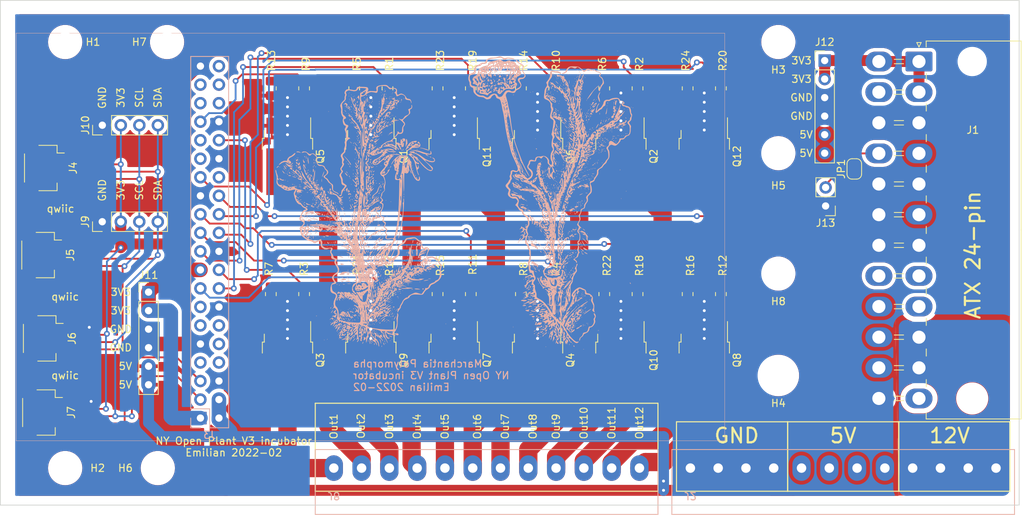
<source format=kicad_pcb>
(kicad_pcb (version 20211014) (generator pcbnew)
  (layers (0 "F.Cu" signal) (31 "B.Cu" signal) (34 "B.Paste" user) (35 "F.Paste" user) (36 "B.SilkS" user "B.Silkscreen") (37 "F.SilkS" user "F.Silkscreen") (38 "B.Mask" user) (39 "F.Mask" user) (44 "Edge.Cuts" user))
  (net 0 "")
  (net 1 "VCC3V3_ATX")
  (net 5 "Net-(J1-Pad16)")
  (net 7 "GND")
  (net 8 "VCC5V")
  (net 9 "VCC12V")
  (net 10 "IN3")
  (net 11 "IN4")
  (net 18 "IN5")
  (net 19 "IN6")
  (net 20 "IN7")
  (net 21 "IN8")
  (net 22 "IN9")
  (net 23 "IN10")
  (net 24 "IN11")
  (net 25 "IN12")
  (net 26 "OUT1")
  (net 27 "OUT2")
  (net 36 "VCC3V3")
  (net 37 "GPIO2_I2C1_SCL")
  (net 38 "GPIO3_I2C1_SDA")
  (net 39 "OUT3")
  (net 40 "OUT4")
  (net 41 "OUT5")
  (net 42 "OUT6")
  (net 43 "OUT7")
  (net 44 "OUT8")
  (net 45 "OUT9")
  (net 46 "OUT10")
  (net 47 "OUT11")
  (net 48 "OUT12")
  (net 49 "Net-(Q1-Pad1)")
  (net 50 "Net-(Q2-Pad1)")
  (net 51 "Net-(Q3-Pad1)")
  (net 52 "Net-(Q4-Pad1)")
  (net 53 "Net-(Q5-Pad1)")
  (net 54 "Net-(Q6-Pad1)")
  (net 55 "Net-(Q7-Pad1)")
  (net 56 "Net-(Q8-Pad1)")
  (net 57 "Net-(Q9-Pad1)")
  (net 58 "Net-(Q10-Pad1)")
  (net 59 "Net-(Q11-Pad1)")
  (net 60 "Net-(Q12-Pad1)")
  (net 61 "IN1")
  (net 62 "IN2")
  (footprint "Connector_PinHeader_2.54mm:PinHeader_1x04_P2.54mm_Vertical" (layer "F.Cu") (at 54.61 131.318 90)
    (fp_text reference "J9")
    (fp_text value "Conn_01x04")
  )
  (footprint "Package_TO_SOT_SMD:TO-252-2" (layer "F.Cu") (at 80.01 150.3 -90)
    (fp_text reference "Q3")
    (fp_text value "Q_NMOS_GDS")
  )
  (footprint "Connector_JST:JST_SH_SM04B-SRSS-TB_1x04-1MP_P1.00mm_Horizontal" (layer "F.Cu") (at 46.3804 157.48 -90)
    (fp_text reference "J7")
    (fp_text value "Conn_01x04")
  )
  (footprint "Resistor_SMD:R_0805_2012Metric_Pad1.20x1.40mm_HandSolder" (layer "F.Cu") (at 128.01 113.03 90)
    (fp_text reference "R2")
    (fp_text value "R_Small")
  )
  (footprint "Resistor_SMD:R_0805_2012Metric_Pad1.20x1.40mm_HandSolder" (layer "F.Cu") (at 139.44 113.03 90)
    (fp_text reference "R20")
    (fp_text value "R_Small")
  )
  (footprint "Resistor_SMD:R_0805_2012Metric_Pad1.20x1.40mm_HandSolder" (layer "F.Cu") (at 100.59 141.24 -90)
    (fp_text reference "R15")
    (fp_text value "R_Small")
  )
  (footprint "Resistor_SMD:R_0805_2012Metric_Pad1.20x1.40mm_HandSolder" (layer "F.Cu") (at 100.59 113.03 -90)
    (fp_text reference "R23")
    (fp_text value "R_Small")
  )
  (footprint "Package_TO_SOT_SMD:TO-252-2" (layer "F.Cu") (at 125.73 122.36 -90)
    (fp_text reference "Q2")
    (fp_text value "Q_NMOS_GDS")
  )
  (footprint "Connector_PinHeader_2.54mm:PinHeader_1x06_P2.54mm_Vertical" (layer "F.Cu") (at 60.96 140.97)
    (fp_text reference "J11")
    (fp_text value "Conn_01x06")
  )
  (footprint "Resistor_SMD:R_0805_2012Metric_Pad1.20x1.40mm_HandSolder" (layer "F.Cu") (at 123.45 141.24 -90)
    (fp_text reference "R22")
    (fp_text value "R_Small")
  )
  (footprint "Resistor_SMD:R_0805_2012Metric_Pad1.20x1.40mm_HandSolder" (layer "F.Cu") (at 105.15 113.03 90)
    (fp_text reference "R19")
    (fp_text value "R_Small")
  )
  (footprint "Emilian:MountingHole_2.7mm_M2.5_KeepOuts" (layer "F.Cu") (at 49.53 106.68)
    (fp_text reference "H1")
    (fp_text value "MountingHole")
  )
  (footprint "Connector_PinHeader_2.54mm:PinHeader_1x04_P2.54mm_Vertical" (layer "F.Cu") (at 54.62 118.085 90)
    (fp_text reference "J10")
    (fp_text value "Conn_01x04")
  )
  (footprint "Package_TO_SOT_SMD:TO-252-2" (layer "F.Cu") (at 114.3 122.36 -90)
    (fp_text reference "Q6")
    (fp_text value "Q_NMOS_GDS")
  )
  (footprint "Resistor_SMD:R_0805_2012Metric_Pad1.20x1.40mm_HandSolder" (layer "F.Cu") (at 134.88 113.03 -90)
    (fp_text reference "R24")
    (fp_text value "R_Small")
  )
  (footprint "Resistor_SMD:R_0805_2012Metric_Pad1.20x1.40mm_HandSolder" (layer "F.Cu") (at 112.02 113.03 -90)
    (fp_text reference "R14")
    (fp_text value "R_Small")
  )
  (footprint "Resistor_SMD:R_0805_2012Metric_Pad1.20x1.40mm_HandSolder" (layer "F.Cu") (at 116.58 113.03 90)
    (fp_text reference "R10")
    (fp_text value "R_Small")
  )
  (footprint "Emilian:MountingHole_2.7mm_M2.5_KeepOuts" (layer "F.Cu") (at 62.23 165.1)
    (fp_text reference "H6")
    (fp_text value "MountingHole")
  )
  (footprint "Resistor_SMD:R_0805_2012Metric_Pad1.20x1.40mm_HandSolder" (layer "F.Cu") (at 77.73 113.03 -90)
    (fp_text reference "R13")
    (fp_text value "R_Small")
  )
  (footprint "Resistor_SMD:R_0805_2012Metric_Pad1.20x1.40mm_HandSolder" (layer "F.Cu") (at 116.58 141.24 90)
    (fp_text reference "R4")
    (fp_text value "R_Small")
  )
  (footprint "Connector_JST:JST_SH_SM04B-SRSS-TB_1x04-1MP_P1.00mm_Horizontal" (layer "F.Cu") (at 46.6344 123.952 -90)
    (fp_text reference "J4")
    (fp_text value "Conn_01x04")
  )
  (footprint "Resistor_SMD:R_0805_2012Metric_Pad1.20x1.40mm_HandSolder" (layer "F.Cu") (at 89.16 113.03 -90)
    (fp_text reference "R5")
    (fp_text value "R_Small")
  )
  (footprint "Resistor_SMD:R_0805_2012Metric_Pad1.20x1.40mm_HandSolder" (layer "F.Cu") (at 112.02 141.24 -90)
    (fp_text reference "R8")
    (fp_text value "R_Small")
  )
  (footprint "Resistor_SMD:R_0805_2012Metric_Pad1.20x1.40mm_HandSolder" (layer "F.Cu") (at 93.72 113.03 90)
    (fp_text reference "R1")
    (fp_text value "R_Small")
  )
  (footprint "Emilian:MountingHole_2.7mm_M2.5_KeepOuts" (layer "F.Cu") (at 147.32 121.92)
    (fp_text reference "H5")
    (fp_text value "MountingHole")
  )
  (footprint "Resistor_SMD:R_0805_2012Metric_Pad1.20x1.40mm_HandSolder" (layer "F.Cu") (at 77.73 141.24 -90)
    (fp_text reference "R7")
    (fp_text value "R_Small")
  )
  (footprint "Resistor_SMD:R_0805_2012Metric_Pad1.20x1.40mm_HandSolder" (layer "F.Cu") (at 93.72 141.24 90)
    (fp_text reference "R17")
    (fp_text value "R_Small")
  )
  (footprint "Package_TO_SOT_SMD:TO-252-2" (layer "F.Cu") (at 80.01 122.36 -90)
    (fp_text reference "Q5")
    (fp_text value "Q_NMOS_GDS")
  )
  (footprint "Emilian:MountingHole_2.7mm_M2.5_KeepOuts" (layer "F.Cu") (at 147.32 138.43)
    (fp_text reference "H8")
    (fp_text value "MountingHole")
  )
  (footprint "Emilian:MountingHole_2.7mm_M2.5_KeepOuts" (layer "F.Cu") (at 49.53 165.1)
    (fp_text reference "H2")
    (fp_text value "MountingHole")
  )
  (footprint "Emilian:MountingHole_2.7mm_M2.5_KeepOuts" (layer "F.Cu") (at 63.5 106.68)
    (fp_text reference "H7")
    (fp_text value "MountingHole")
  )
  (footprint "Jumper:SolderJumper-2_P1.3mm_Bridged_RoundedPad1.0x1.5mm" (layer "F.Cu") (at 157.734 124.079 90)
    (fp_text reference "JP1")
    (fp_text value "SolderJumper_2_Bridged")
  )
  (footprint "Connector_JST:JST_SH_SM04B-SRSS-TB_1x04-1MP_P1.00mm_Horizontal" (layer "F.Cu") (at 46.482 147.32 -90)
    (fp_text reference "J6")
    (fp_text value "Conn_01x04")
  )
  (footprint "Package_TO_SOT_SMD:TO-252-2" (layer "F.Cu") (at 102.87 150.3 -90)
    (fp_text reference "Q7")
    (fp_text value "Q_NMOS_GDS")
  )
  (footprint "Resistor_SMD:R_0805_2012Metric_Pad1.20x1.40mm_HandSolder" (layer "F.Cu") (at 105.15 141.24 90)
    (fp_text reference "R11")
    (fp_text value "R_Small")
  )
  (footprint "Connector_PinHeader_2.54mm:PinHeader_1x02_P2.54mm_Vertical" (layer "F.Cu") (at 153.797 129.159 180)
    (fp_text reference "J13")
    (fp_text value "Conn_01x02")
  )
  (footprint "Resistor_SMD:R_0805_2012Metric_Pad1.20x1.40mm_HandSolder" (layer "F.Cu") (at 128.01 141.24 90)
    (fp_text reference "R18")
    (fp_text value "R_Small")
  )
  (footprint "Package_TO_SOT_SMD:TO-252-2" (layer "F.Cu") (at 102.87 122.36 -90)
    (fp_text reference "Q11")
    (fp_text value "Q_NMOS_GDS")
  )
  (footprint "Resistor_SMD:R_0805_2012Metric_Pad1.20x1.40mm_HandSolder" (layer "F.Cu") (at 89.16 141.24 -90)
    (fp_text reference "R21")
    (fp_text value "R_Small")
  )
  (footprint "Resistor_SMD:R_0805_2012Metric_Pad1.20x1.40mm_HandSolder" (layer "F.Cu") (at 82.29 141.24 90)
    (fp_text reference "R3")
    (fp_text value "R_Small")
  )
  (footprint "Resistor_SMD:R_0805_2012Metric_Pad1.20x1.40mm_HandSolder" (layer "F.Cu") (at 134.88 141.24 -90)
    (fp_text reference "R16")
    (fp_text value "R_Small")
  )
  (footprint "Emilian:MountingHole_2.7mm_M2.5_KeepOuts" (layer "F.Cu") (at 147.32 106.68)
    (fp_text reference "H3")
    (fp_text value "MountingHole")
  )
  (footprint "Connector_PinHeader_2.54mm:PinHeader_1x06_P2.54mm_Vertical" (layer "F.Cu") (at 153.67 109.22)
    (fp_text reference "J12")
    (fp_text value "Conn_01x06")
  )
  (footprint "Resistor_SMD:R_0805_2012Metric_Pad1.20x1.40mm_HandSolder" (layer "F.Cu") (at 123.45 113.03 -90)
    (fp_text reference "R6")
    (fp_text value "R_Small")
  )
  (footprint "Resistor_SMD:R_0805_2012Metric_Pad1.20x1.40mm_HandSolder" (layer "F.Cu") (at 82.29 113.03 90)
    (fp_text reference "R9")
    (fp_text value "R_Small")
  )
  (footprint "Package_TO_SOT_SMD:TO-252-2" (layer "F.Cu") (at 137.16 150.3 -90)
    (fp_text reference "Q8")
    (fp_text value "Q_NMOS_GDS")
  )
  (footprint "Emilian:MountingHole_2.7mm_M2.5_KeepOuts" (layer "F.Cu") (at 147.32 152.4)
    (fp_text reference "H4")
    (fp_text value "MountingHole")
  )
  (footprint "Connector_Molex:Molex_Mini-Fit_Jr_5569-24A2_2x12_P4.20mm_Horizontal" (layer "F.Cu") (at 166.6 109.35 -90)
    (fp_text reference "J1")
    (fp_text value "ATX-24")
  )
  (footprint "Package_TO_SOT_SMD:TO-252-2" (layer "F.Cu") (at 91.44 122.36 -90)
    (fp_text reference "Q1")
    (fp_text value "Q_NMOS_GDS")
  )
  (footprint "Resistor_SMD:R_0805_2012Metric_Pad1.20x1.40mm_HandSolder" (layer "F.Cu") (at 139.44 141.24 90)
    (fp_text reference "R12")
    (fp_text value "R_Small")
  )
  (footprint "Connector_JST:JST_SH_SM04B-SRSS-TB_1x04-1MP_P1.00mm_Horizontal" (layer "F.Cu") (at 46.26 135.89 -90)
    (fp_text reference "J5")
    (fp_text value "Conn_01x04")
  )
  (footprint "Package_TO_SOT_SMD:TO-252-2" (layer "F.Cu") (at 125.73 150.3 -90)
    (fp_text reference "Q10")
    (fp_text value "Q_NMOS_GDS")
  )
  (footprint "Package_TO_SOT_SMD:TO-252-2" (layer "F.Cu") (at 137.16 122.36 -90)
    (fp_text reference "Q12")
    (fp_text value "Q_NMOS_GDS")
  )
  (footprint "Package_TO_SOT_SMD:TO-252-2" (layer "F.Cu") (at 91.44 150.3 -90)
    (fp_text reference "Q9")
    (fp_text value "Q_NMOS_GDS")
  )
  (footprint "Package_TO_SOT_SMD:TO-252-2" (layer "F.Cu") (at 114.3 150.3 -90)
    (fp_text reference "Q4")
    (fp_text value "Q_NMOS_GDS")
  )
  (footprint "Connector_PinHeader_2.54mm:PinHeader_2x20_P2.54mm_Vertical" (layer "B.Cu") (at 68.072 158.242)
    (fp_text reference "J3")
    (fp_text value "Raspberry_Pi_2_3")
  )
  (footprint "Emilian:m7_marchantia" (layer "B.Cu") (at 102.87 128.27 180)
    (fp_text reference "G***" hide)
    (fp_text value "LOGO" hide)
  )
  (footprint "Emilian:Conn_01x12_P3.84_dbparts" (layer "B.Cu") (at 105.41 165.1)
    (fp_text reference "J8")
    (fp_text value "Conn_01x12")
  )
  (footprint "Emilian:Conn_01x12_P3.84_dbparts" (layer "B.Cu") (at 154.305 165.1)
    (fp_text reference "J2")
    (fp_text value "Conn_01x12")
  )
  (gr_line (start 42.799 105.4608) (end 139.954 105.4608) (layer "B.SilkS") (width 0.05))
  (gr_line (start 42.799 161.3408) (end 42.799 105.4608) (layer "B.SilkS") (width 0.05))
  (gr_line (start 139.954 161.3408) (end 139.954 105.4608) (layer "B.SilkS") (width 0.05))
  (gr_line (start 139.954 161.3408) (end 42.799 161.3408) (layer "B.SilkS") (width 0.05))
  (gr_line (start 83.82 156.21) (end 130.81 156.21) (layer "F.SilkS") (width 0.15))
  (gr_line (start 133.35 158.75) (end 148.59 158.75) (layer "F.SilkS") (width 0.15))
  (gr_line (start 148.59 158.75) (end 163.83 158.75) (layer "F.SilkS") (width 0.15))
  (gr_line (start 163.83 168.275) (end 148.59 168.275) (layer "F.SilkS") (width 0.15))
  (gr_line (start 163.83 158.75) (end 179.07 158.75) (layer "F.SilkS") (width 0.15))
  (gr_line (start 130.81 168.275) (end 83.82 168.275) (layer "F.SilkS") (width 0.15))
  (gr_line (start 148.59 168.275) (end 133.35 168.275) (layer "F.SilkS") (width 0.15))
  (gr_line (start 163.83 158.75) (end 163.83 168.275) (layer "F.SilkS") (width 0.15))
  (gr_line (start 83.82 168.275) (end 83.82 156.21) (layer "F.SilkS") (width 0.15))
  (gr_line (start 130.81 168.275) (end 130.81 156.21) (layer "F.SilkS") (width 0.15))
  (gr_line (start 148.59 168.275) (end 148.59 158.75) (layer "F.SilkS") (width 0.15))
  (gr_line (start 179.07 168.275) (end 163.83 168.275) (layer "F.SilkS") (width 0.15))
  (gr_line (start 163.83 168.275) (end 163.83 158.75) (layer "F.SilkS") (width 0.15))
  (gr_line (start 179.07 158.75) (end 179.07 168.275) (layer "F.SilkS") (width 0.15))
  (gr_line (start 133.35 168.275) (end 133.35 158.75) (layer "F.SilkS") (width 0.15))
  (gr_line (start 148.59 158.75) (end 148.59 168.275) (layer "F.SilkS") (width 0.15))
  (gr_rect (start 40.64 100.965) (end 180.34 170.18) (layer "Edge.Cuts") (width 0.1) (fill none))
  (gr_text "Marchantia Polymorpha\nNY Open Plant V3 incubator\nEmilian 2022-02" (at 88.9 152.4) (layer "B.SilkS") (effects (font (size 1 1)) (justify right mirror)))
  (gr_text "GND" (at 54.61 114.3 90) (layer "F.SilkS") (effects (font (size 1 1))))
  (gr_text "3V3" (at 57.15 140.97) (layer "F.SilkS") (effects (font (size 1 1))))
  (gr_text "3V3" (at 150.495 109.22) (layer "F.SilkS") (effects (font (size 1 1))))
  (gr_text "5V" (at 57.785 151.13) (layer "F.SilkS") (effects (font (size 1 1))))
  (gr_text "SCL" (at 59.69 114.3 90) (layer "F.SilkS") (effects (font (size 1 1))))
  (gr_text "3V3" (at 57.15 127 90) (layer "F.SilkS") (effects (font (size 1 1))))
  (gr_text "GND" (at 57.15 146.05) (layer "F.SilkS") (effects (font (size 1 1))))
  (gr_text "GND" (at 150.495 116.84) (layer "F.SilkS") (effects (font (size 1 1))))
  (gr_text "ATX 24-pin\n" (at 173.99 135.89 90) (layer "F.SilkS") (effects (font (size 2 2) (thickness 0.3))))
  (gr_text "Out10" (at 120.65 158.90881 90) (layer "F.SilkS") (effects (font (size 1 1))))
  (gr_text "Out7" (at 109.855 159.385 90) (layer "F.SilkS") (effects (font (size 1 1))))
  (gr_text "SCL" (at 59.69 127 90) (layer "F.SilkS") (effects (font (size 1 1))))
  (gr_text "SDA" (at 62.23 114.3 90) (layer "F.SilkS") (effects (font (size 1 1))))
  (gr_text "Out12" (at 128.27 158.90881 90) (layer "F.SilkS") (effects (font (size 1 1))))
  (gr_text "5V" (at 57.785 153.67) (layer "F.SilkS") (effects (font (size 1 1))))
  (gr_text "3V3" (at 57.15 143.51) (layer "F.SilkS") (effects (font (size 1 1))))
  (gr_text "Out9" (at 116.84 159.385 90) (layer "F.SilkS") (effects (font (size 1 1))))
  (gr_text "Out5\n" (at 101.6 159.385 90) (layer "F.SilkS") (effects (font (size 1 1))))
  (gr_text "3V3" (at 150.495 111.76) (layer "F.SilkS") (effects (font (size 1 1))))
  (gr_text "5V" (at 151.13 121.92) (layer "F.SilkS") (effects (font (size 1 1))))
  (gr_text "Out6" (at 106.045 159.385 90) (layer "F.SilkS") (effects (font (size 1 1))))
  (gr_text "GND" (at 150.495 114.3) (layer "F.SilkS") (effects (font (size 1 1))))
  (gr_text "5V" (at 156.21 160.655) (layer "F.SilkS") (effects (font (size 2 2) (thickness 0.3))))
  (gr_text "qwiic" (at 48.895 129.54) (layer "F.SilkS") (effects (font (size 1 1))))
  (gr_text "3V3" (at 57.15 114.3 90) (layer "F.SilkS") (effects (font (size 1 1))))
  (gr_text "NY Open Plant V3 incubator\nEmilian 2022-02" (at 72.644 162.179) (layer "F.SilkS") (effects (font (size 1 1))))
  (gr_text "12V" (at 170.815 160.655) (layer "F.SilkS") (effects (font (size 2 2) (thickness 0.3))))
  (gr_text "GND" (at 54.61 127 90) (layer "F.SilkS") (effects (font (size 1 1))))
  (gr_text "GND" (at 141.605 160.655) (layer "F.SilkS") (effects (font (size 2 2) (thickness 0.3))))
  (gr_text "5V" (at 151.13 119.38) (layer "F.SilkS") (effects (font (size 1 1))))
  (gr_text "SDA" (at 62.23 127 90) (layer "F.SilkS") (effects (font (size 1 1))))
  (gr_text "Out3" (at 93.98 159.385 90) (layer "F.SilkS") (effects (font (size 1 1))))
  (gr_text "Out1" (at 86.36 159.385 90) (layer "F.SilkS") (effects (font (size 1 1))))
  (gr_text "Out11" (at 124.46 158.90881 90) (layer "F.SilkS") (effects (font (size 1 1))))
  (gr_text "Out2\n" (at 90.090682 159.320396 90) (layer "F.SilkS") (effects (font (size 1 1))))
  (gr_text "qwiic" (at 49.53 152.4) (layer "F.SilkS") (effects (font (size 1 1))))
  (gr_text "GND" (at 57.15 148.59) (layer "F.SilkS") (effects (font (size 1 1))))
  (gr_text "qwiic" (at 49.53 141.605) (layer "F.SilkS") (effects (font (size 1 1))))
  (gr_text "Out8" (at 113.665 159.385 90) (layer "F.SilkS") (effects (font (size 1 1))))
  (gr_text "Out4" (at 97.79 159.385 90) (layer "F.SilkS") (effects (font (size 1 1))))
  (segment (start 160.97 109.22) (end 161.1 109.35) (width 1.5) (layer "F.Cu") (net 1))
  (segment (start 166.6 109.35) (end 166.6 113.55) (width 1.5) (layer "F.Cu") (net 1))
  (segment (start 153.67 111.76) (end 153.67 109.22) (width 1.5) (layer "F.Cu") (net 1))
  (segment (start 153.67 109.22) (end 160.97 109.22) (width 1.5) (layer "F.Cu") (net 1))
  (segment (start 161.1 109.35) (end 166.6 109.35) (width 1.5) (layer "F.Cu") (net 1))
  (segment (start 157.734 122.555) (end 158.339 121.95) (width 0.25) (layer "F.Cu") (net 5))
  (segment (start 156.606 123.429) (end 153.797 126.238) (width 0.25) (layer "F.Cu") (net 5))
  (segment (start 158.339 121.95) (end 161.1 121.95) (width 0.25) (layer "F.Cu") (net 5))
  (segment (start 157.734 123.429) (end 156.606 123.429) (width 0.25) (layer "F.Cu") (net 5))
  (segment (start 157.734 123.429) (end 157.734 122.555) (width 0.25) (layer "F.Cu") (net 5))
  (segment (start 153.797 125.857) (end 153.797 126.619) (width 0.25) (layer "F.Cu") (net 5))
  (segment (start 153.797 126.238) (end 153.797 126.619) (width 0.25) (layer "F.Cu") (net 5))
  (segment (start 157.6705 125.857) (end 160.807 125.857) (width 0.25) (layer "F.Cu") (net 7))
  (segment (start 134.88 118.16) (end 134.88 114.03) (width 0.25) (layer "F.Cu") (net 7))
  (segment (start 89.16 146.1) (end 89.16 142.24) (width 0.25) (layer "F.Cu") (net 7))
  (segment (start 161.1 117.75) (end 166.6 117.75) (width 1.5) (layer "F.Cu") (net 7))
  (segment (start 76.46 143.77) (end 77.73 143.77) (width 0.25) (layer "F.Cu") (net 7))
  (segment (start 48.26 134.39) (end 53.316 134.39) (width 0.25) (layer "F.Cu") (net 7))
  (segment (start 77.73 114.03) (end 79.74 114.03) (width 0.25) (layer "F.Cu") (net 7))
  (segment (start 75.438 117.856) (end 75.184 117.602) (width 0.25) (layer "F.Cu") (net 7))
  (segment (start 57.15 114.3) (end 63.161939 114.3) (width 2) (layer "F.Cu") (net 7))
  (segment (start 54.61 120.142) (end 54.61 121.412) (width 0.25) (layer "F.Cu") (net 7))
  (segment (start 112.02 146.1) (end 112.02 142.24) (width 0.25) (layer "F.Cu") (net 7))
  (segment (start 52.808 145.82) (end 48.482 145.82) (width 0.25) (layer "F.Cu") (net 7))
  (segment (start 54.61 133.096) (end 54.483 133.223) (width 2) (layer "F.Cu") (net 7))
  (segment (start 123.45 118.16) (end 123.45 114.03) (width 0.25) (layer "F.Cu") (net 7))
  (segment (start 61.468 148.082) (end 60.96 148.59) (width 2) (layer "F.Cu") (net 7))
  (segment (start 75.692 143.002) (end 76.46 143.77) (width 0.25) (layer "F.Cu") (net 7))
  (segment (start 70.612 122.682) (end 75.438 122.682) (width 0.25) (layer "F.Cu") (net 7))
  (segment (start 70.612 117.602) (end 75.184 117.602) (width 0.25) (layer "F.Cu") (net 7))
  (segment (start 77.73 114.03) (end 77.73 115.83) (width 0.25) (layer "F.Cu") (net 7))
  (segment (start 53.062 155.98) (end 53.086 155.956) (width 0.25) (layer "F.Cu") (net 7))
  (segment (start 48.3804 155.98) (end 53.062 155.98) (width 0.25) (layer "F.Cu") (net 7))
  (segment (start 160.807 125.857) (end 161.1 126.15) (width 0.25) (layer "F.Cu") (net 7))
  (segment (start 54.61 121.412) (end 53.57 122.452) (width 0.25) (layer "F.Cu") (net 7))
  (segment (start 70.612 143.002) (end 75.692 143.002) (width 0.25) (layer "F.Cu") (net 7))
  (segment (start 77.73 143.77) (end 77.73 146.1) (width 0.25) (layer "F.Cu") (net 7))
  (segment (start 54.61 131.318) (end 54.61 133.096) (width 2) (layer "F.Cu") (net 7))
  (segment (start 154.3685 129.159) (end 157.734 125.7935) (width 0.25) (layer "F.Cu") (net 7))
  (segment (start 80.01 118.11) (end 80.01 119.38) (width 0.25) (layer "F.Cu") (net 7))
  (segment (start 100.59 146.1) (end 100.59 142.24) (width 0.25) (layer "F.Cu") (net 7))
  (segment (start 89.16 118.16) (end 89.16 114.03) (width 0.25) (layer "F.Cu") (net 7))
  (segment (start 77.724 115.824) (end 77.73 115.83) (width 0.25) (layer "F.Cu") (net 7))
  (segment (start 53.316 134.39) (end 54.483 133.223) (width 0.25) (layer "F.Cu") (net 7))
  (segment (start 112.02 118.16) (end 112.02 114.03) (width 0.25) (layer "F.Cu") (net 7))
  (segment (start 60.96 148.59) (end 60.96 146.05) (width 2) (layer "F.Cu") (net 7))
  (segment (start 100.59 118.16) (end 100.59 114.03) (width 0.25) (layer "F.Cu") (net 7))
  (segment (start 52.832 145.796) (end 52.808 145.82) (width 0.25) (layer "F.Cu") (net 7))
  (segment (start 54.62 118.085) (end 54.62 116.83) (width 2) (layer "F.Cu") (net 7))
  (segment (start 80.01 115.57) (end 80.01 116.84) (width 0.25) (layer "F.Cu") (net 7))
  (segment (start 154.051 129.159) (end 154.305 129.159) (width 0.25) (layer "F.Cu") (net 7))
  (segment (start 77.73 115.83) (end 77.73 118.16) (width 0.25) (layer "F.Cu") (net 7))
  (segment (start 123.45 146.1) (end 123.45 142.24) (width 0.25) (layer "F.Cu") (net 7))
  (segment (start 154.305 129.159) (end 154.3685 129.159) (width 0.25) (layer "F.Cu") (net 7))
  (segment (start 77.73 142.24) (end 77.73 143.77) (width 0.25) (layer "F.Cu") (net 7))
  (segment (start 153.67 116.84) (end 160.19 116.84) (width 1.5) (layer "F.Cu") (net 7))
  (segment (start 54.62 120.132) (end 54.61 120.142) (width 2) (layer "F.Cu") (net 7))
  (segment (start 54.62 116.83) (end 57.15 114.3) (width 2) (layer "F.Cu") (net 7))
  (segment (start 54.62 118.085) (end 54.62 120.132) (width 2) (layer "F.Cu") (net 7))
  (segment (start 134.88 142.24) (end 134.88 146.1) (width 0.25) (layer "F.Cu") (net 7))
  (segment (start 75.184 117.602) (end 76.962 115.824) (width 0.25) (layer "F.Cu") (net 7))
  (segment (start 67.479939 109.982) (end 68.072 109.982) (width 2) (layer "F.Cu") (net 7))
  (segment (start 68.072 148.082) (end 61.468 148.082) (width 2) (layer "F.Cu") (net 7))
  (segment (start 153.67 116.84) (end 153.67 114.3) (width 2) (layer "F.Cu") (net 7))
  (segment (start 75.438 122.682) (end 75.438 117.856) (width 0.25) (layer "F.Cu") (net 7))
  (segment (start 160.19 116.84) (end 161.1 117.75) (width 1.5) (layer "F.Cu") (net 7))
  (segment (start 154.3685 129.159) (end 157.6705 125.857) (width 0.25) (layer "F.Cu") (net 7))
  (segment (start 79.74 114.03) (end 80.01 114.3) (width 0.25) (layer "F.Cu") (net 7))
  (segment (start 53.57 122.452) (end 48.6344 122.452) (width 0.25) (layer "F.Cu") (net 7))
  (segment (start 76.962 115.824) (end 77.724 115.824) (width 0.25) (layer "F.Cu") (net 7))
  (segment (start 63.161939 114.3) (end 67.479939 109.982) (width 2) (layer "F.Cu") (net 7))
  (segment (start 157.734 125.7935) (end 157.734 124.729) (width 0.25) (layer "F.Cu") (net 7))
  (segment (start 153.797 129.159) (end 154.051 129.159) (width 0.25) (layer "F.Cu") (net 7))
  (via (at 114.3 114.935) (size 0.8) (drill 0.4) (layers "F.Cu" "B.Cu") (net 7))
  (via (at 125.73 114.935) (size 0.8) (drill 0.4) (layers "F.Cu" "B.Cu") (net 7))
  (via (at 91.44 147.32) (size 0.8) (drill 0.4) (layers "F.Cu" "B.Cu") (net 7))
  (via (at 137.16 116.205) (size 0.8) (drill 0.4) (layers "F.Cu" "B.Cu") (net 7))
  (via (at 102.87 119.38) (size 0.8) (drill 0.4) (layers "F.Cu" "B.Cu") (net 7))
  (via (at 137.16 117.475) (size 0.8) (drill 0.4) (layers "F.Cu" "B.Cu") (net 7))
  (via (at 80.01 147.32) (size 0.8) (drill 0.4) (layers "F.Cu" "B.Cu") (net 7))
  (via (at 114.3 116.205) (size 0.8) (drill 0.4) (layers "F.Cu" "B.Cu") (net 7))
  (via (at 80.01 115.57) (size 0.8) (drill 0.4) (layers "F.Cu" "B.Cu") (net 7))
  (via (at 125.73 144.78) (size 0.8) (drill 0.4) (layers "F.Cu" "B.Cu") (net 7))
  (via (at 91.44 116.84) (size 0.8) (drill 0.4) (layers "F.Cu" "B.Cu") (net 7))
  (via (at 137.16 143.51) (size 0.8) (drill 0.4) (layers "F.Cu" "B.Cu") (net 7))
  (via (at 80.01 119.38) (size 0.8) (drill 0.4) (layers "F.Cu" "B.Cu") (net 7))
  (via (at 102.87 118.11) (size 0.8) (drill 0.4) (layers "F.Cu" "B.Cu") (net 7))
  (via (at 137.16 142.24) (size 0.8) (drill 0.4) (layers "F.Cu" "B.Cu") (net 7))
  (via (at 137.16 113.665) (size 0.8) (drill 0.4) (layers "F.Cu" "B.Cu") (net 7))
  (via (at 91.44 114.3) (size 0.8) (drill 0.4) (layers "F.Cu" "B.Cu") (net 7))
  (via (at 91.44 143.51) (size 0.8) (drill 0.4) (layers "F.Cu" "B.Cu") (net 7))
  (via (at 91.44 144.78) (size 0.8) (drill 0.4) (layers "F.Cu" "B.Cu") (net 7))
  (via (at 125.73 142.24) (size 0.8) (drill 0.4) (layers "F.Cu" "B.Cu") (net 7))
  (via (at 52.832 145.796) (size 0.8) (drill 0.4) (layers "F.Cu" "B.Cu") (net 7))
  (via (at 80.01 114.3) (size 0.8) (drill 0.4) (layers "F.Cu" "B.Cu") (net 7))
  (via (at 102.87 114.3) (size 0.8) (drill 0.4) (layers "F.Cu" "B.Cu") (net 7))
  (via (at 80.01 142.24) (size 0.8) (drill 0.4) (layers "F.Cu" "B.Cu") (net 7))
  (via (at 91.44 118.11) (size 0.8) (drill 0.4) (layers "F.Cu" "B.Cu") (net 7))
  (via (at 137.16 146.05) (size 0.8) (drill 0.4) (layers "F.Cu" "B.Cu") (net 7))
  (via (at 125.73 147.32) (size 0.8) (drill 0.4) (layers "F.Cu" "B.Cu") (net 7))
  (via (at 114.3 118.745) (size 0.8) (drill 0.4) (layers "F.Cu" "B.Cu") (net 7))
  (via (at 125.73 117.475) (size 0.8) (drill 0.4) (layers "F.Cu" "B.Cu") (net 7))
  (via (at 137.16 144.78) (size 0.8) (drill 0.4) (layers "F.Cu" "B.Cu") (net 7))
  (via (at 137.16 114.935) (size 0.8) (drill 0.4) (layers "F.Cu" "B.Cu") (net 7))
  (via (at 91.44 146.05) (size 0.8) (drill 0.4) (layers "F.Cu" "B.Cu") (net 7))
  (via (at 102.87 146.05) (size 0.8) (drill 0.4) (layers "F.Cu" "B.Cu") (net 7))
  (via (at 80.01 143.51) (size 0.8) (drill 0.4) (layers "F.Cu" "B.Cu") (net 7))
  (via (at 102.87 147.32) (size 0.8) (drill 0.4) (layers "F.Cu" "B.Cu") (net 7))
  (via (at 102.87 142.24) (size 0.8) (drill 0.4) (layers "F.Cu" "B.Cu") (net 7))
  (via (at 102.87 144.78) (size 0.8) (drill 0.4) (layers "F.Cu" "B.Cu") (net 7))
  (via (at 102.87 115.57) (size 0.8) (drill 0.4) (layers "F.Cu" "B.Cu") (net 7))
  (via (at 137.16 118.745) (size 0.8) (drill 0.4) (layers "F.Cu" "B.Cu") (net 7))
  (via (at 102.87 143.51) (size 0.8) (drill 0.4) (layers "F.Cu" "B.Cu") (net 7))
  (via (at 137.16 147.32) (size 0.8) (drill 0.4) (layers "F.Cu" "B.Cu") (net 7))
  (via (at 91.44 115.57) (size 0.8) (drill 0.4) (layers "F.Cu" "B.Cu") (net 7))
  (via (at 125.73 146.05) (size 0.8) (drill 0.4) (layers "F.Cu" "B.Cu") (net 7))
  (via (at 125.73 118.745) (size 0.8) (drill 0.4) (layers "F.Cu" "B.Cu") (net 7))
  (via (at 114.3 147.32) (size 0.8) (drill 0.4) (layers "F.Cu" "B.Cu") (net 7))
  (via (at 114.3 142.24) (size 0.8) (drill 0.4) (layers "F.Cu" "B.Cu") (net 7))
  (via (at 91.44 142.24) (size 0.8) (drill 0.4) (layers "F.Cu" "B.Cu") (net 7))
  (via (at 80.01 116.84) (size 0.8) (drill 0.4) (layers "F.Cu" "B.Cu") (net 7))
  (via (at 102.87 116.84) (size 0.8) (drill 0.4) (layers "F.Cu" "B.Cu") (net 7))
  (via (at 114.3 113.792) (size 0.8) (drill 0.4) (layers "F.Cu" "B.Cu") (net 7))
  (via (at 114.3 144.78) (size 0.8) (drill 0.4) (layers "F.Cu" "B.Cu") (net 7))
  (via (at 114.3 143.51) (size 0.8) (drill 0.4) (layers "F.Cu" "B.Cu") (net 7))
  (via (at 53.086 155.956) (size 0.8) (drill 0.4) (layers "F.Cu" "B.Cu") (net 7))
  (via (at 114.3 146.05) (size 0.8) (drill 0.4) (layers "F.Cu" "B.Cu") (net 7))
  (via (at 80.01 146.05) (size 0.8) (drill 0.4) (layers "F.Cu" "B.Cu") (net 7))
  (via (at 114.3 117.475) (size 0.8) (drill 0.4) (layers "F.Cu" "B.Cu") (net 7))
  (via (at 125.73 113.665) (size 0.8) (drill 0.4) (layers "F.Cu" "B.Cu") (net 7))
  (via (at 80.01 118.11) (size 0.8) (drill 0.4) (layers "F.Cu" "B.Cu") (net 7))
  (via (at 125.73 143.51) (size 0.8) (drill 0.4) (layers "F.Cu" "B.Cu") (net 7))
  (via (at 80.01 144.78) (size 0.8) (drill 0.4) (layers "F.Cu" "B.Cu") (net 7))
  (via (at 125.73 116.205) (size 0.8) (drill 0.4) (layers "F.Cu" "B.Cu") (net 7))
  (via (at 91.44 119.38) (size 0.8) (drill 0.4) (layers "F.Cu" "B.Cu") (net 7))
  (segment (start 54.61 118.095) (end 54.62 118.085) (width 0.25) (layer "B.Cu") (net 7))
  (segment (start 52.832 145.796) (end 52.705 145.669) (width 0.25) (layer "B.Cu") (net 7))
  (segment (start 166.6 134.55) (end 161.1 134.55) (width 2) (layer "B.Cu") (net 7))
  (segment (start 54.61 131.318) (end 54.61 118.095) (width 0.25) (layer "B.Cu") (net 7))
  (segment (start 52.832 155.702) (end 53.086 155.956) (width 0.25) (layer "B.Cu") (net 7))
  (segment (start 156.972 125.476) (end 156.972 120.142) (width 2) (layer "B.Cu") (net 7))
  (segment (start 161.1 126.15) (end 157.646 126.15) (width 2) (layer "B.Cu") (net 7))
  (segment (start 156.972 120.142) (end 159.364 117.75) (width 2) (layer "B.Cu") (net 7))
  (segment (start 166.6 126.15) (end 161.1 126.15) (width 2) (layer "B.Cu") (net 7))
  (segment (start 80.01 116.84) (end 80.01 118.11) (width 0.25) (layer "B.Cu") (net 7))
  (segment (start 80.01 114.3) (end 80.01 115.57) (width 0.25) (layer "B.Cu") (net 7))
  (segment (start 52.705 145.669) (end 52.705 133.223) (width 0.25) (layer "B.Cu") (net 7))
  (segment (start 52.705 133.223) (end 54.61 131.318) (width 0.25) (layer "B.Cu") (net 7))
  (segment (start 161.1 134.55) (end 161.1 130.35) (width 2) (layer "B.Cu") (net 7))
  (segment (start 159.364 117.75) (end 161.1 117.75) (width 2) (layer "B.Cu") (net 7))
  (segment (start 161.1 130.35) (end 161.1 126.15) (width 2) (layer "B.Cu") (net 7))
  (segment (start 157.646 126.15) (end 156.972 125.476) (width 2) (layer "B.Cu") (net 7))
  (segment (start 52.832 145.796) (end 52.832 155.702) (width 0.25) (layer "B.Cu") (net 7))
  (segment (start 60.96 157.607) (end 60.96 153.67) (width 1.5) (layer "F.Cu") (net 8))
  (segment (start 166.6 130.35) (end 170.386 130.35) (width 2) (layer "F.Cu") (net 8))
  (segment (start 161.1 142.95) (end 161.1 147.15) (width 2) (layer "F.Cu") (net 8))
  (segment (start 160.02 160.02) (end 158.115 161.925) (width 2) (layer "F.Cu") (net 8))
  (segment (start 71.501 168.148) (end 60.96 157.607) (width 1.5) (layer "F.Cu") (net 8))
  (segment (start 150.495 156.63) (end 150.495 165.1) (width 1.5) (layer "F.Cu") (net 8))
  (segment (start 169.72 130.35) (end 170.434 131.064) (width 2) (layer "F.Cu") (net 8))
  (segment (start 170.434 157.779521) (end 168.193521 160.02) (width 2) (layer "F.Cu") (net 8))
  (segment (start 161.1 151.35) (end 155.775 151.35) (width 1.5) (layer "F.Cu") (net 8))
  (segment (start 168.193521 160.02) (end 160.02 160.02) (width 2) (layer "F.Cu") (net 8))
  (segment (start 170.434 131.064) (end 170.434 157.779521) (width 2) (layer "F.Cu") (net 8))
  (segment (start 158.115 161.925) (end 158.115 165.1) (width 2) (layer "F.Cu") (net 8))
  (segment (start 169.702 121.95) (end 166.6 121.95) (width 2) (layer "F.Cu") (net 8))
  (segment (start 150.495 165.1) (end 150.495 167.005) (width 1.5) (layer "F.Cu") (net 8))
  (segment (start 150.495 167.005) (end 149.352 168.148) (width 1.5) (layer "F.Cu") (net 8))
  (segment (start 131.572 168.148) (end 71.501 168.148) (width 1.5) (layer "F.Cu") (net 8))
  (segment (start 166.6 130.35) (end 169.72 130.35) (width 2) (layer "F.Cu") (net 8))
  (segment (start 155.775 151.35) (end 150.495 156.63) (width 1.5) (layer "F.Cu") (net 8))
  (segment (start 161.1 147.15) (end 161.1 151.35) (width 2) (layer "F.Cu") (net 8))
  (segment (start 170.434 122.682) (end 169.702 121.95) (width 2) (layer "F.Cu") (net 8))
  (segment (start 170.434 130.302) (end 170.434 122.682) (width 2) (layer "F.Cu") (net 8))
  (segment (start 170.386 130.35) (end 170.434 130.302) (width 2) (layer "F.Cu") (net 8))
  (segment (start 131.572 168.148) (end 131.572 166.878) (width 1.5) (layer "F.Cu") (net 8))
  (segment (start 149.352 168.148) (end 131.572 168.148) (width 1.5) (layer "F.Cu") (net 8))
  (via (at 131.572 168.148) (size 0.8) (drill 0.4) (layers "F.Cu" "B.Cu") (net 8))
  (via (at 131.572 166.878) (size 0.8) (drill 0.4) (layers "F.Cu" "B.Cu") (net 8))
  (segment (start 72.136 160.02) (end 70.612 158.496) (width 2) (layer "B.Cu") (net 8))
  (segment (start 131.572 160.782) (end 72.898 160.782) (width 1.5) (layer "B.Cu") (net 8))
  (segment (start 72.898 160.782) (end 72.136 160.02) (width 1.5) (layer "B.Cu") (net 8))
  (segment (start 60.96 153.67) (end 60.96 151.13) (width 2) (layer "B.Cu") (net 8))
  (segment (start 70.612 158.496) (end 70.612 158.242) (width 2) (layer "B.Cu") (net 8))
  (segment (start 71.374 160.782) (end 72.898 160.782) (width 1.5) (layer "B.Cu") (net 8))
  (segment (start 70.612 158.242) (end 70.612 155.702) (width 2) (layer "B.Cu") (net 8))
  (segment (start 131.572 166.878) (end 131.572 160.782) (width 1.5) (layer "B.Cu") (net 8))
  (segment (start 71.374 160.782) (end 62.865 160.782) (width 1.5) (layer "B.Cu") (net 8))
  (segment (start 131.572 168.148) (end 131.572 166.878) (width 1.5) (layer "B.Cu") (net 8))
  (segment (start 62.865 160.782) (end 60.96 158.877) (width 1.5) (layer "B.Cu") (net 8))
  (segment (start 72.136 160.02) (end 71.374 160.782) (width 1.5) (layer "B.Cu") (net 8))
  (segment (start 60.96 158.877) (end 60.96 153.67) (width 1.5) (layer "B.Cu") (net 8))
  (segment (start 175.804206 151.35) (end 177.419 152.964794) (width 2) (layer "B.Cu") (net 9))
  (segment (start 166.6 151.35) (end 175.804206 151.35) (width 2) (layer "B.Cu") (net 9))
  (segment (start 166.6 147.15) (end 166.6 151.35) (width 2) (layer "B.Cu") (net 9))
  (segment (start 177.419 152.964794) (end 177.419 161.036) (width 2) (layer "B.Cu") (net 9))
  (segment (start 177.419 161.036) (end 173.355 165.1) (width 2) (layer "B.Cu") (net 9))
  (segment (start 92.996 140.24) (end 93.72 140.24) (width 0.25) (layer "F.Cu") (net 10))
  (segment (start 91.44 138.684) (end 92.996 140.24) (width 0.25) (layer "F.Cu") (net 10))
  (via (at 91.44 138.684) (size 0.8) (drill 0.4) (layers "F.Cu" "B.Cu") (net 10))
  (segment (start 91.44 138.684) (end 91.186 138.938) (width 0.25) (layer "B.Cu") (net 10))
  (segment (start 69.342 141.732) (end 68.072 140.462) (width 0.25) (layer "B.Cu") (net 10))
  (segment (start 74.676 141.732) (end 69.342 141.732) (width 0.25) (layer "B.Cu") (net 10))
  (segment (start 77.47 138.938) (end 74.676 141.732) (width 0.25) (layer "B.Cu") (net 10))
  (segment (start 91.186 138.938) (end 77.47 138.938) (width 0.25) (layer "B.Cu") (net 10))
  (segment (start 72.644 140.462) (end 70.612 140.462) (width 0.25) (layer "F.Cu") (net 11))
  (segment (start 73.914 110.109) (end 91.799 110.109) (width 0.25) (layer "F.Cu") (net 11))
  (segment (start 91.799 110.109) (end 93.72 112.03) (width 0.25) (layer "F.Cu") (net 11))
  (via (at 72.644 140.462) (size 0.8) (drill 0.4) (layers "F.Cu" "B.Cu") (net 11))
  (via (at 73.914 110.109) (size 0.8) (drill 0.4) (layers "F.Cu" "B.Cu") (net 11))
  (segment (start 73.914 115.062) (end 72.681489 116.294511) (width 0.25) (layer "B.Cu") (net 11))
  (segment (start 72.681489 140.424511) (end 72.644 140.462) (width 0.25) (layer "B.Cu") (net 11))
  (segment (start 73.914 110.109) (end 73.914 115.062) (width 0.25) (layer "B.Cu") (net 11))
  (segment (start 72.681489 116.294511) (end 72.681489 140.424511) (width 0.25) (layer "B.Cu") (net 11))
  (segment (start 104.521 132.842) (end 105.15 133.471) (width 0.25) (layer "F.Cu") (net 18))
  (segment (start 71.882 139.192) (end 70.612 137.922) (width 0.25) (layer "F.Cu") (net 18))
  (segment (start 75.438 139.192) (end 71.882 139.192) (width 0.25) (layer "F.Cu") (net 18))
  (segment (start 104.521 132.588) (end 104.521 132.842) (width 0.25) (layer "F.Cu") (net 18))
  (segment (start 105.15 133.471) (end 105.15 140.24) (width 0.25) (layer "F.Cu") (net 18))
  (via (at 75.438 139.192) (size 0.8) (drill 0.4) (layers "F.Cu" "B.Cu") (net 18))
  (via (at 104.521 132.588) (size 0.8) (drill 0.4) (layers "F.Cu" "B.Cu") (net 18))
  (segment (start 75.946 133.096) (end 75.946 138.684) (width 0.25) (layer "B.Cu") (net 18))
  (segment (start 104.521 132.588) (end 76.454 132.588) (width 0.25) (layer "B.Cu") (net 18))
  (segment (start 76.454 132.588) (end 75.946 133.096) (width 0.25) (layer "B.Cu") (net 18))
  (segment (start 75.946 138.684) (end 75.438 139.192) (width 0.25) (layer "B.Cu") (net 18))
  (segment (start 104.775 111.655) (end 105.15 112.03) (width 0.25) (layer "F.Cu") (net 19))
  (segment (start 69.342 136.652) (end 68.072 135.382) (width 0.25) (layer "F.Cu") (net 19))
  (segment (start 103.886 108.966) (end 75.11331 108.966) (width 0.25) (layer "F.Cu") (net 19))
  (segment (start 73.4435 136.652) (end 69.342 136.652) (width 0.25) (layer "F.Cu") (net 19))
  (segment (start 104.775 109.855) (end 104.775 111.655) (width 0.25) (layer "F.Cu") (net 19))
  (segment (start 75.11331 108.966) (end 74.93 108.78269) (width 0.25) (layer "F.Cu") (net 19))
  (segment (start 103.886 108.966) (end 104.775 109.855) (width 0.25) (layer "F.Cu") (net 19))
  (via (at 73.4435 136.652) (size 0.8) (drill 0.4) (layers "F.Cu" "B.Cu") (net 19))
  (via (at 74.93 108.78269) (size 0.8) (drill 0.4) (layers "F.Cu" "B.Cu") (net 19))
  (segment (start 73.406 136.6145) (end 73.406 117.348) (width 0.25) (layer "B.Cu") (net 19))
  (segment (start 73.406 117.348) (end 74.93 115.824) (width 0.25) (layer "B.Cu") (net 19))
  (segment (start 74.93 115.824) (end 74.93 108.78269) (width 0.25) (layer "B.Cu") (net 19))
  (segment (start 73.4435 136.652) (end 73.406 136.6145) (width 0.25) (layer "B.Cu") (net 19))
  (segment (start 115.697 136.779) (end 116.84 137.922) (width 0.25) (layer "F.Cu") (net 20))
  (segment (start 116.84 137.922) (end 116.84 140.208) (width 0.25) (layer "F.Cu") (net 20))
  (segment (start 116.808 140.24) (end 116.58 140.24) (width 0.25) (layer "F.Cu") (net 20))
  (segment (start 79.502 136.652) (end 75.438 136.652) (width 0.25) (layer "F.Cu") (net 20))
  (segment (start 75.438 136.652) (end 72.898 134.112) (width 0.25) (layer "F.Cu") (net 20))
  (segment (start 72.898 134.112) (end 69.342 134.112) (width 0.25) (layer "F.Cu") (net 20))
  (segment (start 116.84 140.208) (end 116.808 140.24) (width 0.25) (layer "F.Cu") (net 20))
  (segment (start 69.342 134.112) (end 68.072 132.842) (width 0.25) (layer "F.Cu") (net 20))
  (via (at 115.697 136.779) (size 0.8) (drill 0.4) (layers "F.Cu" "B.Cu") (net 20))
  (via (at 79.502 136.652) (size 0.8) (drill 0.4) (layers "F.Cu" "B.Cu") (net 20))
  (segment (start 115.57 136.652) (end 115.697 136.779) (width 0.25) (layer "B.Cu") (net 20))
  (segment (start 79.502 136.652) (end 115.57 136.652) (width 0.25) (layer "B.Cu") (net 20))
  (segment (start 73.66 133.096) (end 70.866 133.096) (width 0.25) (layer "F.Cu") (net 21))
  (segment (start 112.754 108.204) (end 116.58 112.03) (width 0.25) (layer "F.Cu") (net 21))
  (segment (start 70.866 133.096) (end 70.612 132.842) (width 0.25) (layer "F.Cu") (net 21))
  (segment (start 74.93 134.366) (end 73.66 133.096) (width 0.25) (layer "F.Cu") (net 21))
  (segment (start 76.454 108.204) (end 112.754 108.204) (width 0.25) (layer "F.Cu") (net 21))
  (via (at 74.93 134.366) (size 0.8) (drill 0.4) (layers "F.Cu" "B.Cu") (net 21))
  (via (at 76.454 108.204) (size 0.8) (drill 0.4) (layers "F.Cu" "B.Cu") (net 21))
  (segment (start 75.946 108.712) (end 76.454 108.204) (width 0.25) (layer "B.Cu") (net 21))
  (segment (start 74.93 120.404614) (end 75.946 119.388614) (width 0.25) (layer "B.Cu") (net 21))
  (segment (start 75.946 119.388614) (end 75.946 108.712) (width 0.25) (layer "B.Cu") (net 21))
  (segment (start 74.93 134.366) (end 74.93 120.404614) (width 0.25) (layer "B.Cu") (net 21))
  (segment (start 74.168718 132.207) (end 73.533718 131.572) (width 0.25) (layer "F.Cu") (net 22))
  (segment (start 123.444 134.366) (end 127 134.366) (width 0.25) (layer "F.Cu") (net 22))
  (segment (start 75.311 132.207) (end 74.168718 132.207) (width 0.25) (layer "F.Cu") (net 22))
  (segment (start 128.01 135.376) (end 128.01 140.24) (width 0.25) (layer "F.Cu") (net 22))
  (segment (start 73.533718 131.572) (end 69.342 131.572) (width 0.25) (layer "F.Cu") (net 22))
  (segment (start 77.597 134.493) (end 75.311 132.207) (width 0.25) (layer "F.Cu") (net 22))
  (segment (start 127 134.366) (end 128.01 135.376) (width 0.25) (layer "F.Cu") (net 22))
  (segment (start 77.851 134.493) (end 77.597 134.493) (width 0.25) (layer "F.Cu") (net 22))
  (segment (start 69.342 131.572) (end 68.072 130.302) (width 0.25) (layer "F.Cu") (net 22))
  (via (at 123.444 134.366) (size 0.8) (drill 0.4) (layers "F.Cu" "B.Cu") (net 22))
  (via (at 77.851 134.493) (size 0.8) (drill 0.4) (layers "F.Cu" "B.Cu") (net 22))
  (segment (start 77.851 134.493) (end 123.317 134.493) (width 0.25) (layer "B.Cu") (net 22))
  (segment (start 123.317 134.493) (end 123.444 134.366) (width 0.25) (layer "B.Cu") (net 22))
  (segment (start 126.111 110.131) (end 128.01 112.03) (width 0.25) (layer "F.Cu") (net 23))
  (segment (start 75.692 130.556) (end 70.866 130.556) (width 0.25) (layer "F.Cu") (net 23))
  (segment (start 126.111 109.347) (end 126.111 110.131) (width 0.25) (layer "F.Cu") (net 23))
  (segment (start 70.866 130.556) (end 70.612 130.302) (width 0.25) (layer "F.Cu") (net 23))
  (via (at 75.692 130.556) (size 0.8) (drill 0.4) (layers "F.Cu" "B.Cu") (net 23))
  (via (at 126.111 109.347) (size 0.8) (drill 0.4) (layers "F.Cu" "B.Cu") (net 23))
  (segment (start 125.984 109.22) (end 77.978 109.22) (width 0.25) (layer "B.Cu") (net 23))
  (segment (start 76.708 120.142) (end 75.692 121.158) (width 0.25) (layer "B.Cu") (net 23))
  (segment (start 77.978 109.22) (end 76.708 110.49) (width 0.25) (layer "B.Cu") (net 23))
  (segment (start 76.708 110.49) (end 76.708 120.142) (width 0.25) (layer "B.Cu") (net 23))
  (segment (start 126.111 109.347) (end 125.984 109.22) (width 0.25) (layer "B.Cu") (net 23))
  (segment (start 75.692 121.158) (end 75.692 130.556) (width 0.25) (layer "B.Cu") (net 23))
  (segment (start 75.946 129.286) (end 72.136 129.286) (width 0.25) (layer "F.Cu") (net 24))
  (segment (start 139.44 140.24) (end 139.44 131.693) (width 0.25) (layer "F.Cu") (net 24))
  (segment (start 139.44 131.693) (end 138.303 130.556) (width 0.25) (layer "F.Cu") (net 24))
  (segment (start 78.232 130.556) (end 77.216 130.556) (width 0.25) (layer "F.Cu") (net 24))
  (segment (start 77.216 130.556) (end 75.946 129.286) (width 0.25) (layer "F.Cu") (net 24))
  (segment (start 138.303 130.556) (end 136.144 130.556) (width 0.25) (layer "F.Cu") (net 24))
  (segment (start 72.136 129.286) (end 70.612 127.762) (width 0.25) (layer "F.Cu") (net 24))
  (via (at 136.144 130.556) (size 0.8) (drill 0.4) (layers "F.Cu" "B.Cu") (net 24))
  (via (at 78.232 130.556) (size 0.8) (drill 0.4) (layers "F.Cu" "B.Cu") (net 24))
  (segment (start 78.232 130.556) (end 136.144 130.556) (width 0.25) (layer "B.Cu") (net 24))
  (segment (start 69.342 126.492) (end 68.072 125.222) (width 0.25) (layer "F.Cu") (net 25))
  (segment (start 136.884 109.474) (end 136.144 109.474) (width 0.25) (layer "F.Cu") (net 25))
  (segment (start 74.676 126.492) (end 69.342 126.492) (width 0.25) (layer "F.Cu") (net 25))
  (segment (start 139.44 112.03) (end 136.884 109.474) (width 0.25) (layer "F.Cu") (net 25))
  (segment (start 77.216 129.032) (end 74.676 126.492) (width 0.25) (layer "F.Cu") (net 25))
  (via (at 136.144 109.474) (size 0.8) (drill 0.4) (layers "F.Cu" "B.Cu") (net 25))
  (via (at 77.216 129.032) (size 0.8) (drill 0.4) (layers "F.Cu" "B.Cu") (net 25))
  (segment (start 83.82 110.49) (end 83.857489 110.452511) (width 0.25) (layer "B.Cu") (net 25))
  (segment (start 135.165489 110.452511) (end 136.144 109.474) (width 0.25) (layer "B.Cu") (net 25))
  (segment (start 77.724 110.49) (end 83.82 110.49) (width 0.25) (layer "B.Cu") (net 25))
  (segment (start 77.216 129.032) (end 77.47 128.778) (width 0.25) (layer "B.Cu") (net 25))
  (segment (start 77.47 110.744) (end 77.724 110.49) (width 0.25) (layer "B.Cu") (net 25))
  (segment (start 77.47 128.778) (end 77.47 110.744) (width 0.25) (layer "B.Cu") (net 25))
  (segment (start 83.857489 110.452511) (end 135.165489 110.452511) (width 0.25) (layer "B.Cu") (net 25))
  (segment (start 81.28 165.1) (end 80.01 163.83) (width 2.5) (layer "F.Cu") (net 26))
  (segment (start 80.01 163.83) (end 80.01 152.4) (width 2.5) (layer "F.Cu") (net 26))
  (segment (start 86.36 165.1) (end 81.28 165.1) (width 2.5) (layer "F.Cu") (net 26))
  (segment (start 85.598 130.048) (end 80.01 124.46) (width 2.5) (layer "F.Cu") (net 27))
  (segment (start 90.17 165.1) (end 90.17 163.83) (width 2.5) (layer "F.Cu") (net 27))
  (segment (start 90.17 163.83) (end 85.598 159.258) (width 2.5) (layer "F.Cu") (net 27))
  (segment (start 85.598 159.258) (end 85.598 130.048) (width 2.5) (layer "F.Cu") (net 27))
  (segment (start 56.896 134.874) (end 57.15 134.874) (width 0.25) (layer "F.Cu") (net 36))
  (segment (start 48.6344 123.452) (end 57.142 123.452) (width 0.25) (layer "F.Cu") (net 36))
  (segment (start 57.658 134.366) (end 57.15 134.874) (width 1.5) (layer "F.Cu") (net 36))
  (segment (start 64.008 137.668) (end 64.008 134.366) (width 1.5) (layer "F.Cu") (net 36))
  (segment (start 48.26 135.39) (end 56.38 135.39) (width 0.25) (layer "F.Cu") (net 36))
  (segment (start 56.38 135.39) (end 56.896 134.874) (width 0.25) (layer "F.Cu") (net 36))
  (segment (start 57.15 134.874) (end 57.15 131.318) (width 1.5) (layer "F.Cu") (net 36))
  (segment (start 55.245 146.685) (end 55.11 146.82) (width 0.25) (layer "F.Cu") (net 36))
  (segment (start 57.142 123.452) (end 57.15 123.444) (width 0.25) (layer "F.Cu") (net 36))
  (segment (start 60.96 143.51) (end 60.96 140.97) (width 2) (layer "F.Cu") (net 36))
  (segment (start 68.072 137.922) (end 64.262 137.922) (width 2) (layer "F.Cu") (net 36))
  (segment (start 55.118 156.972) (end 55.11 156.98) (width 0.25) (layer "F.Cu") (net 36))
  (segment (start 55.11 156.98) (end 48.3804 156.98) (width 0.25) (layer "F.Cu") (net 36))
  (segment (start 64.008 134.366) (end 57.658 134.366) (width 1.5) (layer "F.Cu") (net 36))
  (segment (start 60.96 140.97) (end 64.008 137.922) (width 2) (layer "F.Cu") (net 36))
  (segment (start 55.11 146.82) (end 48.482 146.82) (width 0.25) (layer "F.Cu") (net 36))
  (segment (start 64.262 137.922) (end 64.008 137.668) (width 1.5) (layer "F.Cu") (net 36))
  (segment (start 64.008 137.922) (end 64.262 137.922) (width 1.5) (layer "F.Cu") (net 36))
  (via (at 57.15 134.874) (size 0.8) (drill 0.4) (layers "F.Cu" "B.Cu") (net 36))
  (via (at 57.15 123.444) (size 0.8) (drill 0.4) (layers "F.Cu" "B.Cu") (net 36))
  (via (at 55.245 146.685) (size 0.8) (drill 0.4) (layers "F.Cu" "B.Cu") (net 36))
  (via (at 55.118 156.972) (size 0.8) (drill 0.4) (layers "F.Cu" "B.Cu") (net 36))
  (segment (start 64.008 158.024962) (end 64.008 143.764) (width 2) (layer "B.Cu") (net 36))
  (segment (start 64.225038 158.242) (end 64.008 158.024962) (width 2) (layer "B.Cu") (net 36))
  (segment (start 68.072 158.242) (end 64.225038 158.242) (width 2) (layer "B.Cu") (net 36))
  (segment (start 55.118 156.972) (end 55.118 146.812) (width 0.25) (layer "B.Cu") (net 36))
  (segment (start 55.245 146.685) (end 55.245 136.779) (width 0.25) (layer "B.Cu") (net 36))
  (segment (start 57.16 118.085) (end 57.16 131.308) (width 0.25) (layer "B.Cu") (net 36))
  (segment (start 55.245 136.779) (end 57.15 134.874) (width 0.25) (layer "B.Cu") (net 36))
  (segment (start 57.15 123.444) (end 57.15 131.318) (width 0.25) (layer "B.Cu") (net 36))
  (segment (start 64.008 143.764) (end 63.754 143.51) (width 2) (layer "B.Cu") (net 36))
  (segment (start 57.16 131.308) (end 57.15 131.318) (width 0.25) (layer "B.Cu") (net 36))
  (segment (start 55.118 146.812) (end 55.245 146.685) (width 0.25) (layer "B.Cu") (net 36))
  (segment (start 63.754 143.51) (end 60.96 143.51) (width 2) (layer "B.Cu") (net 36))
  (segment (start 57.634 137.39) (end 48.26 137.39) (width 0.25) (layer "F.Cu") (net 37))
  (segment (start 57.682 158.98) (end 57.682 149.074) (width 0.25) (layer "F.Cu") (net 37))
  (segment (start 68.072 153.162) (end 64.82452 149.91452) (width 0.25) (layer "F.Cu") (net 37))
  (segment (start 48.482 148.82) (end 57.428 148.82) (width 0.25) (layer "F.Cu") (net 37))
  (segment (start 64.82452 149.91452) (end 58.52252 149.91452) (width 0.25) (layer "F.Cu") (net 37))
  (segment (start 48.6344 125.452) (end 59.666 125.452) (width 0.25) (layer "F.Cu") (net 37))
  (segment (start 57.658 137.414) (end 57.404 137.668) (width 0.25) (layer "F.Cu") (net 37))
  (segment (start 48.3804 158.98) (end 57.682 158.98) (width 0.25) (layer "F.Cu") (net 37))
  (segment (start 57.404 137.668) (end 57.404 148.796) (width 0.25) (layer "F.Cu") (net 37))
  (segment (start 57.658 137.414) (end 57.634 137.39) (width 0.25) (layer "F.Cu") (net 37))
  (segment (start 58.52252 149.91452) (end 57.428 148.82) (width 0.25) (layer "F.Cu") (net 37))
  (segment (start 59.666 125.452) (end 59.69 125.476) (width 0.25) (layer "F.Cu") (net 37))
  (segment (start 57.682 149.074) (end 57.428 148.82) (width 0.25) (layer "F.Cu") (net 37))
  (segment (start 57.404 148.796) (end 57.428 148.82) (width 0.25) (layer "F.Cu") (net 37))
  (via (at 59.69 125.476) (size 0.8) (drill 0.4) (layers "F.Cu" "B.Cu") (net 37))
  (via (at 57.658 137.414) (size 0.8) (drill 0.4) (layers "F.Cu" "B.Cu") (net 37))
  (segment (start 59.69 118.095) (end 59.7 118.085) (width 0.25) (layer "B.Cu") (net 37))
  (segment (start 59.69 135.382) (end 59.69 131.318) (width 0.25) (layer "B.Cu") (net 37))
  (segment (start 59.69 125.476) (end 59.69 126.238) (width 0.25) (layer "B.Cu") (net 37))
  (segment (start 59.69 126.238) (end 59.69 118.095) (width 0.25) (layer "B.Cu") (net 37))
  (segment (start 57.658 137.414) (end 59.69 135.382) (width 0.25) (layer "B.Cu") (net 37))
  (segment (start 59.69 131.318) (end 59.69 126.238) (width 0.25) (layer "B.Cu") (net 37))
  (segment (start 48.6344 124.452) (end 62.222 124.452) (width 0.25) (layer "F.Cu") (net 38))
  (segment (start 61.73 136.39) (end 62.23 135.89) (width 0.25) (layer "F.Cu") (net 38))
  (segment (start 59.848511 152.495489) (end 58.674 153.67) (width 0.25) (layer "F.Cu") (net 38))
  (segment (start 68.072 155.702) (end 64.865489 152.495489) (width 0.25) (layer "F.Cu") (net 38))
  (segment (start 56.38 147.82) (end 48.482 147.82) (width 0.25) (layer "F.Cu") (net 38))
  (segment (start 58.674 153.67) (end 58.674 157.988) (width 0.25) (layer "F.Cu") (net 38))
  (segment (start 56.388 157.988) (end 56.38 157.98) (width 0.25) (layer "F.Cu") (net 38))
  (segment (start 64.865489 152.495489) (end 59.848511 152.495489) (width 0.25) (layer "F.Cu") (net 38))
  (segment (start 48.26 136.39) (end 61.73 136.39) (width 0.25) (layer "F.Cu") (net 38))
  (segment (start 56.388 147.828) (end 56.38 147.82) (width 0.25) (layer "F.Cu") (net 38))
  (segment (start 56.38 157.98) (end 48.3804 157.98) (width 0.25) (layer "F.Cu") (net 38))
  (segment (start 62.222 124.452) (end 62.23 124.46) (width 0.25) (layer "F.Cu") (net 38))
  (via (at 62.23 135.89) (size 0.8) (drill 0.4) (layers "F.Cu" "B.Cu") (net 38))
  (via (at 62.23 124.46) (size 0.8) (drill 0.4) (layers "F.Cu" "B.Cu") (net 38))
  (via (at 56.388 147.828) (size 0.8) (drill 0.4) (layers "F.Cu" "B.Cu") (net 38))
  (via (at 56.388 157.988) (size 0.8) (drill 0.4) (layers "F.Cu" "B.Cu") (net 38))
  (via (at 58.674 157.988) (size 0.8) (drill 0.4) (layers "F.Cu" "B.Cu") (net 38))
  (segment (start 58.674 157.988) (end 56.388 157.988) (width 0.25) (layer "B.Cu") (net 38))
  (segment (start 62.23 135.89) (end 62.23 132.842) (width 0.25) (layer "B.Cu") (net 38))
  (segment (start 62.23 132.08) (end 62.23 132.02152) (width 0.25) (layer "B.Cu") (net 38))
  (segment (start 56.388 147.828) (end 57.912 146.304) (width 0.25) (layer "B.Cu") (net 38))
  (segment (start 62.23 124.46) (end 62.23 127.508) (width 0.25) (layer "B.Cu") (net 38))
  (segment (start 62.23 131.318) (end 62.23 132.842) (width 0.25) (layer "B.Cu") (net 38))
  (segment (start 62.23 131.318) (end 62.23 127.508) (width 0.25) (layer "B.Cu") (net 38))
  (segment (start 62.23 127.508) (end 62.23 118.095) (width 0.25) (layer "B.Cu") (net 38))
  (segment (start 57.912 146.304) (end 57.912 140.208) (width 0.25) (layer "B.Cu") (net 38))
  (segment (start 57.912 140.208) (end 62.23 135.89) (width 0.25) (layer "B.Cu") (net 38))
  (segment (start 62.23 118.095) (end 62.24 118.085) (width 0.25) (layer "B.Cu") (net 38))
  (segment (start 62.23 132.842) (end 62.23 132.08) (width 0.25) (layer "B.Cu") (net 38))
  (segment (start 56.388 147.828) (end 56.388 157.988) (width 0.25) (layer "B.Cu") (net 38))
  (segment (start 91.44 160.02) (end 91.44 152.4) (width 2.5) (layer "F.Cu") (net 39))
  (segment (start 93.98 162.56) (end 91.44 160.02) (width 2.5) (layer "F.Cu") (net 39))
  (segment (start 93.98 165.1) (end 93.98 162.56) (width 2.5) (layer "F.Cu") (net 39))
  (segment (start 97.79 165.1) (end 97.028 164.338) (width 2.5) (layer "F.Cu") (net 40))
  (segment (start 97.028 130.048) (end 91.44 124.46) (width 2.5) (layer "F.Cu") (net 40))
  (segment (start 97.028 164.338) (end 97.028 130.048) (width 2.5) (layer "F.Cu") (net 40))
  (segment (start 101.6 165.1) (end 101.6 153.67) (width 2.5) (layer "F.Cu") (net 41))
  (segment (start 101.6 153.67) (end 102.87 152.4) (width 2.5) (layer "F.Cu") (net 41))
  (segment (start 108.585 156.21) (end 108.585 130.175) (width 2.5) (layer "F.Cu") (net 42))
  (segment (start 105.41 159.385) (end 108.585 156.21) (width 2.5) (layer "F.Cu") (net 42))
  (segment (start 105.41 165.1) (end 105.41 159.385) (width 2.5) (layer "F.Cu") (net 42))
  (segment (start 108.585 130.175) (end 102.87 124.46) (width 2.5) (layer "F.Cu") (net 42))
  (segment (start 109.22 165.1) (end 109.22 160.655) (width 2.5) (layer "F.Cu") (net 43))
  (segment (start 114.3 155.575) (end 114.3 152.4) (width 2.5) (layer "F.Cu") (net 43))
  (segment (start 109.22 160.655) (end 114.3 155.575) (width 2.5) (layer "F.Cu") (net 43))
  (segment (start 120.015 130.175) (end 114.3 124.46) (width 2.5) (layer "F.Cu") (net 44))
  (segment (start 120.015 155.575) (end 120.015 130.175) (width 2.5) (layer "F.Cu") (net 44))
  (segment (start 113.03 165.1) (end 113.03 162.56) (width 2.5) (layer "F.Cu") (net 44))
  (segment (start 113.03 162.56) (end 120.015 155.575) (width 2.5) (layer "F.Cu") (net 44))
  (segment (start 125.73 154.686) (end 125.73 152.4) (width 2.5) (layer "F.Cu") (net 45))
  (segment (start 116.84 165.1) (end 116.84 163.576) (width 2.5) (layer "F.Cu") (net 45))
  (segment (start 116.84 163.576) (end 125.73 154.686) (width 2.5) (layer "F.Cu") (net 45))
  (segment (start 120.65 164.084) (end 126.746 157.988) (width 2.5) (layer "F.Cu") (net 46))
  (segment (start 129.286 157.988) (end 131.445 155.829) (width 2.5) (layer "F.Cu") (net 46))
  (segment (start 131.445 155.829) (end 131.445 130.175) (width 2.5) (layer "F.Cu") (net 46))
  (segment (start 126.746 157.988) (end 129.286 157.988) (width 2.5) (layer "F.Cu") (net 46))
  (segment (start 120.65 165.1) (end 120.65 164.084) (width 2.5) (layer "F.Cu") (net 46))
  (segment (start 131.445 130.175) (end 125.73 124.46) (width 2.5) (layer "F.Cu") (net 46))
  (segment (start 124.46 164.338) (end 127.508 161.29) (width 2.5) (layer "F.Cu") (net 47))
  (segment (start 127.508 161.29) (end 130.548302 161.29) (width 2.5) (layer "F.Cu") (net 47))
  (segment (start 137.16 154.678302) (end 137.16 152.4) (width 2.5) (layer "F.Cu") (net 47))
  (segment (start 130.548302 161.29) (end 137.16 154.678302) (width 2.5) (layer "F.Cu") (net 47))
  (segment (start 124.46 165.1) (end 124.46 164.338) (width 2.5) (layer "F.Cu") (net 47))
  (segment (start 143.002 130.302) (end 137.16 124.46) (width 2.5) (layer "F.Cu") (net 48))
  (segment (start 131.640724 164.269276) (end 135.128 160.782) (width 2.5) (layer "F.Cu") (net 48))
  (segment (start 143.002 157.226) (end 143.002 130.302) (width 2.5) (layer "F.Cu") (net 48))
  (segment (start 135.128 160.782) (end 139.446 160.782) (width 2.5) (layer "F.Cu") (net 48))
  (segment (start 128.27 165.1) (end 129.100724 164.269276) (width 2.5) (layer "F.Cu") (net 48))
  (segment (start 139.446 160.782) (end 143.002 157.226) (width 2.5) (layer "F.Cu") (net 48))
  (segment (start 129.100724 164.269276) (end 131.640724 164.269276) (width 2.5) (layer "F.Cu") (net 48))
  (segment (start 89.16 112.03) (end 91.72 112.03) (width 0.25) (layer "F.Cu") (net 49))
  (segment (start 93.72 118.16) (end 93.72 114.03) (width 0.25) (layer "F.Cu") (net 49))
  (segment (start 91.72 112.03) (end 93.72 114.03) (width 0.25) (layer "F.Cu") (net 49))
  (segment (start 125.74 111.76) (end 128.01 114.03) (width 0.25) (layer "F.Cu") (net 50))
  (segment (start 123.45 112.03) (end 123.72 111.76) (width 0.25) (layer "F.Cu") (net 50))
  (segment (start 123.72 111.76) (end 125.74 111.76) (width 0.25) (layer "F.Cu") (net 50))
  (segment (start 128.01 118.16) (end 128.01 114.03) (width 0.25) (layer "F.Cu") (net 50))
  (segment (start 81.915 142.24) (end 79.915 140.24) (width 0.25) (layer "F.Cu") (net 51))
  (segment (start 82.29 142.24) (end 82.29 146.1) (width 0.25) (layer "F.Cu") (net 51))
  (segment (start 79.915 140.24) (end 77.73 140.24) (width 0.25) (layer "F.Cu") (net 51))
  (segment (start 82.29 142.24) (end 81.915 142.24) (width 0.25) (layer "F.Cu") (net 51))
  (segment (start 114.205 140.24) (end 112.02 140.24) (width 0.25) (layer "F.Cu") (net 52))
  (segment (start 116.205 142.24) (end 114.205 140.24) (width 0.25) (layer "F.Cu") (net 52))
  (segment (start 116.58 146.1) (end 116.58 142.24) (width 0.25) (layer "F.Cu") (net 52))
  (segment (start 116.58 142.24) (end 116.205 142.24) (width 0.25) (layer "F.Cu") (net 52))
  (segment (start 82.29 114.03) (end 82.29 118.16) (width 0.25) (layer "F.Cu") (net 53))
  (segment (start 80.29 112.03) (end 82.29 114.03) (width 0.25) (layer "F.Cu") (net 53))
  (segment (start 77.73 112.03) (end 80.29 112.03) (width 0.25) (layer "F.Cu") (net 53))
  (segment (start 112.385 112.395) (end 112.02 112.03) (width 0.25) (layer "F.Cu") (net 54))
  (segment (start 114.945 112.395) (end 112.385 112.395) (width 0.25) (layer "F.Cu") (net 54))
  (segment (start 116.58 114.03) (end 114.945 112.395) (width 0.25) (layer "F.Cu") (net 54))
  (segment (start 116.58 118.16) (end 116.58 114.03) (width 0.25) (layer "F.Cu") (net 54))
  (segment (start 102.61 139.7) (end 100.33 139.7) (width 0.25) (layer "F.Cu") (net 55))
  (segment (start 105.15 142.24) (end 102.61 139.7) (width 0.25) (layer "F.Cu") (net 55))
  (segment (start 100.33 139.7) (end 100.33 139.98) (width 0.25) (layer "F.Cu") (net 55))
  (segment (start 105.15 146.1) (end 105.15 142.24) (width 0.25) (layer "F.Cu") (net 55))
  (segment (start 100.33 139.98) (end 100.59 140.24) (width 0.25) (layer "F.Cu") (net 55))
  (segment (start 139.44 146.1) (end 139.44 142.24) (width 0.25) (layer "F.Cu") (net 56))
  (segment (start 138.43 142.24) (end 136.43 140.24) (width 0.25) (layer "F.Cu") (net 56))
  (segment (start 136.43 140.24) (end 134.88 140.24) (width 0.25) (layer "F.Cu") (net 56))
  (segment (start 139.44 142.24) (end 138.43 142.24) (width 0.25) (layer "F.Cu") (net 56))
  (segment (start 93.72 142.24) (end 91.72 140.24) (width 0.25) (layer "F.Cu") (net 57))
  (segment (start 91.72 140.24) (end 89.16 140.24) (width 0.25) (layer "F.Cu") (net 57))
  (segment (start 93.72 146.1) (end 93.72 142.24) (width 0.25) (layer "F.Cu") (net 57))
  (segment (start 125.635 140.24) (end 123.45 140.24) (width 0.25) (layer "F.Cu") (net 58))
  (segment (start 127.635 142.24) (end 125.635 140.24) (width 0.25) (layer "F.Cu") (net 58))
  (segment (start 128.01 142.24) (end 128.01 146.1) (width 0.25) (layer "F.Cu") (net 58))
  (segment (start 105.15 114.03) (end 103.15 112.03) (width 0.25) (layer "F.Cu") (net 59))
  (segment (start 103.15 112.03) (end 100.59 112.03) (width 0.25) (layer "F.Cu") (net 59))
  (segment (start 105.15 114.03) (end 105.15 118.16) (width 0.25) (layer "F.Cu") (net 59))
  (segment (start 134.88 112.03) (end 135.15 111.76) (width 0.25) (layer "F.Cu") (net 60))
  (segment (start 135.15 111.76) (end 137.16 111.76) (width 0.25) (layer "F.Cu") (net 60))
  (segment (start 138.43 113.03) (end 138.44 113.03) (width 0.25) (layer "F.Cu") (net 60))
  (segment (start 139.44 114.03) (end 139.44 118.16) (width 0.25) (layer "F.Cu") (net 60))
  (segment (start 137.16 111.76) (end 138.43 113.03) (width 0.25) (layer "F.Cu") (net 60))
  (segment (start 138.44 113.03) (end 139.44 114.03) (width 0.25) (layer "F.Cu") (net 60))
  (segment (start 82.29 140.202) (end 82.29 140.24) (width 0.25) (layer "F.Cu") (net 61))
  (segment (start 74.168 120.142) (end 70.612 120.142) (width 0.25) (layer "F.Cu") (net 61))
  (segment (start 80.01 137.922) (end 82.29 140.202) (width 0.25) (layer "F.Cu") (net 61))
  (segment (start 74.422 137.922) (end 80.01 137.922) (width 0.25) (layer "F.Cu") (net 61))
  (via (at 74.168 120.142) (size 0.8) (drill 0.4) (layers "F.Cu" "B.Cu") (net 61))
  (via (at 74.422 137.922) (size 0.8) (drill 0.4) (layers "F.Cu" "B.Cu") (net 61))
  (segment (start 74.422 137.922) (end 74.205489 137.705489) (width 0.25) (layer "B.Cu") (net 61))
  (segment (start 74.205489 120.179489) (end 74.168 120.142) (width 0.25) (layer "B.Cu") (net 61))
  (segment (start 74.205489 137.705489) (end 74.205489 120.179489) (width 0.25) (layer "B.Cu") (net 61))
  (segment (start 81.36548 111.10548) (end 82.29 112.03) (width 0.25) (layer "F.Cu") (net 62))
  (segment (start 73.80652 111.10548) (end 81.36548 111.10548) (width 0.25) (layer "F.Cu") (net 62))
  (segment (start 72.898 112.014) (end 73.80652 111.10548) (width 0.25) (layer "F.Cu") (net 62))
  (via (at 72.898 112.014) (size 0.8) (drill 0.4) (layers "F.Cu" "B.Cu") (net 62))
  (segment (start 71.024511 116.427489) (end 69.246511 116.427489) (width 0.25) (layer "B.Cu") (net 62))
  (segment (start 69.246511 116.427489) (end 68.072 117.602) (width 0.25) (layer "B.Cu") (net 62))
  (segment (start 72.898 114.554) (end 71.024511 116.427489) (width 0.25) (layer "B.Cu") (net 62))
  (segment (start 72.898 112.014) (end 72.898 114.554) (width 0.25) (layer "B.Cu") (net 62))
  (zone (net 7) (net_name "GND") (layers F&B.Cu) (connect_pads (clearance 0.508)) (min_thickness 0.254) (fill yes (thermal_gap 0.254) (thermal_bridge_width 0.508) (smoothing fillet) (radius 0.27))
    (polygon (pts (xy 128.905 120.015) (xy 121.92 120.015) (xy 121.92 113.03) (xy 128.905 113.03)))
  )
  (zone (net 8) (net_name "VCC5V") (layer "F.Cu") (connect_pads (clearance 0.508)) (min_thickness 0.254) (fill yes (thermal_gap 0.508) (thermal_bridge_width 0.508))
    (polygon (pts (xy 68.586455 165.117861) (xy 71.882 167.64) (xy 71.882 168.91) (xy 43.18 168.91) (xy 43.18 102.87) (xy 68.58 102.87)))
  )
  (zone (net 7) (net_name "GND") (layers F&B.Cu) (connect_pads (clearance 0.508)) (min_thickness 0.254) (fill yes (thermal_gap 0.254) (thermal_bridge_width 0.508) (smoothing fillet) (radius 0.27))
    (polygon (pts (xy 140.335 120.015) (xy 133.35 120.015) (xy 133.35 113.03) (xy 140.335 113.03)))
  )
  (zone (net 7) (net_name "GND") (layers F&B.Cu) (connect_pads (clearance 0.508)) (min_thickness 0.254) (fill yes (thermal_gap 0.254) (thermal_bridge_width 0.508) (smoothing fillet) (radius 0.27))
    (polygon (pts (xy 106.045 147.955) (xy 99.06 147.955) (xy 99.06 140.97) (xy 106.045 140.97)))
  )
  (zone (net 8) (net_name "VCC5V") (layer "F.Cu") (connect_pads yes (clearance 0.7)) (min_thickness 0.254) (fill yes (thermal_gap 0.508) (thermal_bridge_width 0.508) (smoothing fillet) (radius 1))
    (polygon (pts (xy 179.07 160.02) (xy 179.07 165.1) (xy 179.074082 168.815551) (xy 148.594082 168.913242) (xy 148.59 161.29) (xy 148.59 156.21) (xy 152.4 148.59) (xy 152.4 139.7) (xy 162.56 139.7) (xy 162.56 102.87) (xy 179.07 102.87)))
  )
  (zone (net 0) (net_name "") (layers F&B.Cu) (connect_pads yes (clearance 0)) (min_thickness 0.254)
    (keepout (tracks allowed) (vias allowed) (pads allowed) (copperpour not_allowed) (footprints allowed))
    (fill (thermal_gap 0.508) (thermal_bridge_width 0.508))
    (polygon (pts (xy 131.572 161.29) (xy 131.572 168.91) (xy 83.058 168.91) (xy 83.058 161.29)))
  )
  (zone (net 7) (net_name "GND") (layers F&B.Cu) (connect_pads (clearance 0.508)) (min_thickness 0.254) (fill yes (thermal_gap 0.254) (thermal_bridge_width 0.508) (smoothing fillet) (radius 0.27))
    (polygon (pts (xy 94.615 147.955) (xy 87.63 147.955) (xy 87.63 140.97) (xy 94.615 140.97)))
  )
  (zone (net 7) (net_name "GND") (layers F&B.Cu) (connect_pads (clearance 0.508)) (min_thickness 0.254) (fill yes (thermal_gap 0.254) (thermal_bridge_width 0.508) (smoothing fillet) (radius 0.27))
    (polygon (pts (xy 140.335 147.955) (xy 133.35 147.955) (xy 133.35 140.97) (xy 140.335 140.97)))
  )
  (zone (net 7) (net_name "GND") (layers F&B.Cu) (connect_pads (clearance 0.508)) (min_thickness 0.254) (fill yes (thermal_gap 0.254) (thermal_bridge_width 0.508) (smoothing fillet) (radius 0.27))
    (polygon (pts (xy 106.045 120.015) (xy 99.06 120.015) (xy 99.06 113.03) (xy 106.045 113.03)))
  )
  (zone (net 7) (net_name "GND") (layers F&B.Cu) (connect_pads (clearance 0.508)) (min_thickness 0.254) (fill yes (thermal_gap 0.254) (thermal_bridge_width 0.508) (smoothing fillet) (radius 0.27))
    (polygon (pts (xy 128.905 147.955) (xy 121.92 147.955) (xy 121.92 140.97) (xy 128.905 140.97)))
  )
  (zone (net 8) (net_name "VCC5V") (layer "F.Cu") (priority 6) (connect_pads yes (clearance 0.508)) (min_thickness 0.254) (fill yes (thermal_gap 0.254) (thermal_bridge_width 0.508) (smoothing fillet) (radius 0.27))
    (polygon (pts (xy 163.83 168.91) (xy 146.05 168.91) (xy 146.05 110.49) (xy 73.66 110.49) (xy 73.66 114.3) (xy 68.58 114.3) (xy 68.58 102.87) (xy 162.56 102.87)))
  )
  (zone (net 7) (net_name "GND") (layers F&B.Cu) (connect_pads (clearance 0.508)) (min_thickness 0.254) (fill yes (thermal_gap 0.254) (thermal_bridge_width 0.508) (smoothing fillet) (radius 0.27))
    (polygon (pts (xy 83.185 120.015) (xy 76.2 120.015) (xy 76.2 113.03) (xy 83.185 113.03)))
  )
  (zone (net 7) (net_name "GND") (layers F&B.Cu) (connect_pads (clearance 0.508)) (min_thickness 0.254) (fill yes (thermal_gap 0.254) (thermal_bridge_width 0.508) (smoothing fillet) (radius 0.27))
    (polygon (pts (xy 83.185 147.955) (xy 76.2 147.955) (xy 76.2 140.97) (xy 83.185 140.97)))
  )
  (zone (net 7) (net_name "GND") (layer "F.Cu") (priority 1) (connect_pads (clearance 0.508)) (min_thickness 0.254) (fill yes (thermal_gap 0.508) (thermal_bridge_width 0.508) (smoothing fillet) (radius 1))
    (polygon (pts (xy 77.724 165.1) (xy 69.342 165.1) (xy 69.342 106.68) (xy 77.724 106.68)))
  )
  (zone (net 7) (net_name "GND") (layers F&B.Cu) (connect_pads (clearance 0.508)) (min_thickness 0.254) (fill yes (thermal_gap 0.254) (thermal_bridge_width 0.508) (smoothing fillet) (radius 0.27))
    (polygon (pts (xy 94.615 120.015) (xy 87.63 120.015) (xy 87.63 113.03) (xy 94.615 113.03)))
  )
  (zone (net 7) (net_name "GND") (layers F&B.Cu) (connect_pads (clearance 0.508)) (min_thickness 0.254) (fill yes (thermal_gap 0.254) (thermal_bridge_width 0.508) (smoothing fillet) (radius 0.27))
    (polygon (pts (xy 117.475 120.015) (xy 110.49 120.015) (xy 110.49 113.03) (xy 117.475 113.03)))
  )
  (zone (net 7) (net_name "GND") (layers F&B.Cu) (connect_pads (clearance 0.508)) (min_thickness 0.254) (fill yes (thermal_gap 0.254) (thermal_bridge_width 0.508) (smoothing fillet) (radius 0.27))
    (polygon (pts (xy 117.475 147.955) (xy 110.49 147.955) (xy 110.49 140.97) (xy 117.475 140.97)))
  )
  (zone (net 9) (net_name "VCC12V") (layer "B.Cu") (priority 1) (connect_pads yes (clearance 0.75)) (min_thickness 0.254) (fill yes (thermal_gap 0.508) (thermal_bridge_width 0.508) (smoothing fillet) (radius 1))
    (polygon (pts (xy 179.07 168.91) (xy 163.83 168.91) (xy 163.83 144.78) (xy 179.07 144.78)))
  )
  (zone (net 7) (net_name "GND") (layer "B.Cu") (connect_pads yes (clearance 0.508)) (min_thickness 0.254) (fill yes (thermal_gap 0.508) (thermal_bridge_width 0.508))
    (polygon (pts (xy 179.07 144.78) (xy 163.83 144.78) (xy 163.83 168.91) (xy 42.672 168.91) (xy 42.672 102.87) (xy 179.07 102.87)))
  )
)
</source>
